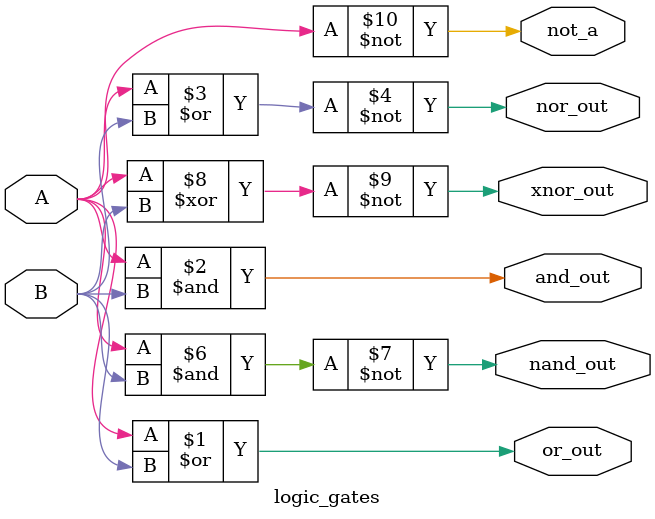
<source format=v>
`timescale 1ns / 1ps
module logic_gates(
    input A,
    input B,
    output or_out,
    output nor_out,
    output and_out,
    output nand_out,
    output xnor_out,   
    output not_a
    );
assign or_out   = A | B;
assign and_out  = A & B;
assign nor_out  = ~(A | B);
assign xor_out  = A ^ B;
assign nand_out = ~(A & B);
assign xnor_out = ~(A ^ B);
assign not_a    = ~A;
endmodule

</source>
